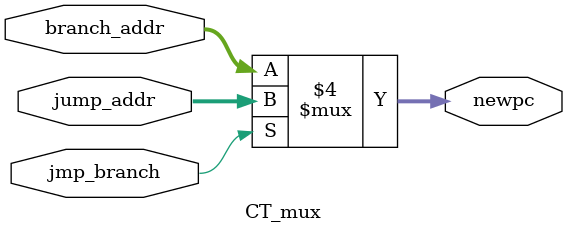
<source format=v>
module CT_mux( input [7:0] branch_addr,
			   input [7:0] jump_addr,
			   input jmp_branch,
			   output reg [7:0] newpc);
			   	 
    always@(*)
    begin
        if((jmp_branch==0))
            newpc <= branch_addr;

        else //_Extern
            newpc <= jump_addr;
    end
            
endmodule

</source>
